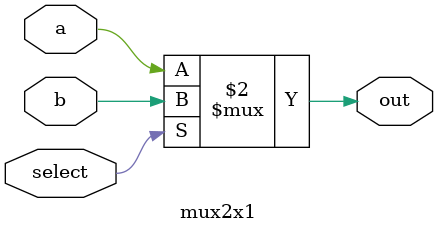
<source format=v>
/******************************************************************* 
* 
* Module: mux2x1.v 
* Project: Single Cycle Processor
* Author: Dalia Eissa, daliaeissa@aucegypt.edu
          Omar Zainelabdeen, omarzee@aucegypt.edu
          Nour Waleed, nourwaleedmo.k@aucegypt.edu
* Description: 2x1 Multiplexer
* 
* Change history: 10/21/25 – Took the file from previous labs to integrate it in the Single Cycle Processor
*                 
**********************************************************************/ 

module mux2x1
(
    input a,
    input b,
    input select,
    output out
);

    assign out = (select == 0) ? a : b;

endmodule
</source>
